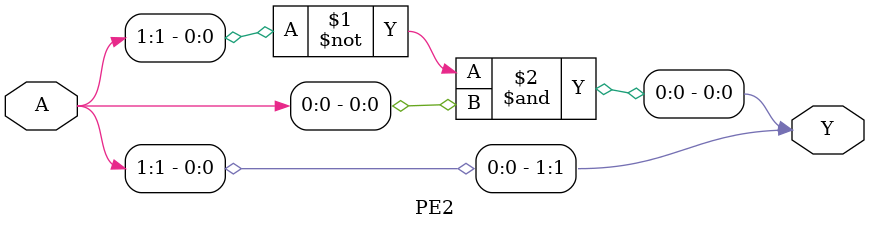
<source format=v>
module PE2(A,Y);
input [1:0] A;
output [1:0] Y;
assign Y[0] = (~A[1])&(A[0]);
assign Y[1] = A[1];
endmodule
</source>
